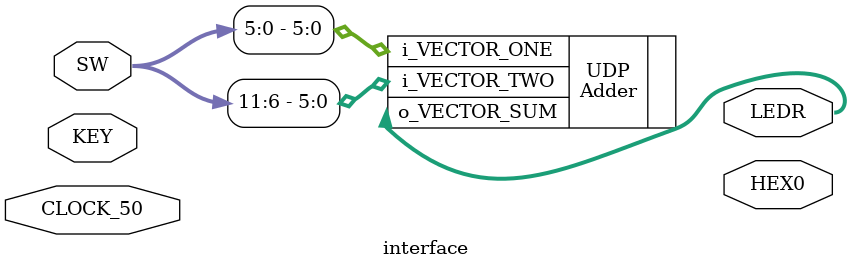
<source format=v>
module interface(input [11:0]SW, input CLOCK_50, input[1:0]KEY, output [6:0]LEDR, output [6:0]HEX0);

	wire	[3 : 0] num;
	wire	clock;
	
	//Debouncer	U(.i_NOISE_SIGNAL(KEY[0]), .i_CLOCK_SOURCE(CLOCK_50), .o_FILTER_SIGNAL(clock));
	
	Adder	#(.SIZE(6))UDP(.i_VECTOR_ONE(SW[5:0]), .i_VECTOR_TWO(SW[11:6]), .o_VECTOR_SUM(LEDR));
	//D_FlipFlop	#(.ASYNCHRONOUS(0))UDP(.i_SIGNAL_IN(SW[0]), .o_SIGNAL_OUT(LEDR[0]), .o_SIGNAL_OUT_NEG(LEDR[1]), .i_CLOCK_POS(KEY[0]), .i_RESET_NEG(SW[1]), .i_PRESET_NEG(SW[2]));
	//Gray_Translator	#(.SIZE(7))UDP(.i_VECTOR_IN(SW[6:0]), .o_VECTOR_GRAY_OUT(LEDR));
	//Counter_Exp_2 UDP(.i_BIT_UP(SW[0]), .i_VECTOR_PRESET({4{1'b1}}), .i_VECTOR_RESET({4{1'b1}}), .i_CLOCK_POS(~clock), .o_VECTOR_OUT(num));
	//Seven_Segment_Translator	UP(.i_FOUR_BIT_NUMBER(num), .i_COMMON_ANOD(SW[1]), .o_SEVEN_SEGMENT_NUMBER(HEX0[6:0]));
	
endmodule

</source>
